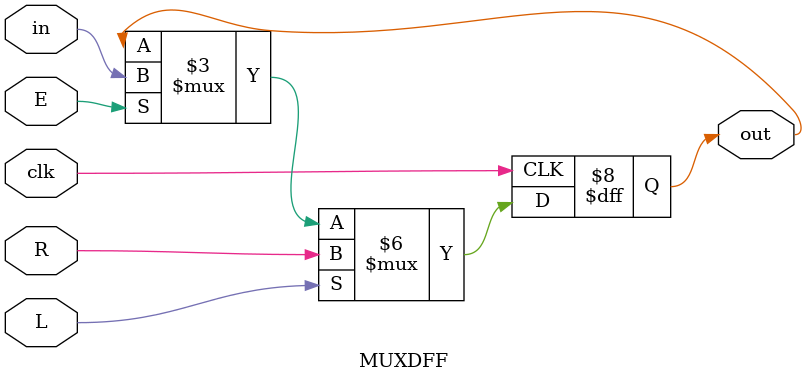
<source format=sv>

module top_module (
    input  [3:0] SW,
    input  [3:0] KEY,
    output [3:0] LEDR
);
  MUXDFF m3 (
      .clk(KEY[0]),
      .E  (KEY[1]),
      .R  (SW[3]),
      .L  (KEY[2]),
      .in (KEY[3]),
      .out(LEDR[3]),
  );
  MUXDFF m2 (
      .clk(KEY[0]),
      .E  (KEY[1]),
      .R  (SW[2]),
      .L  (KEY[2]),
      .in (LEDR[3]),
      .out(LEDR[2]),
  );
  MUXDFF m1 (
      .clk(KEY[0]),
      .E  (KEY[1]),
      .R  (SW[1]),
      .L  (KEY[2]),
      .in (LEDR[2]),
      .out(LEDR[1]),
  );
  MUXDFF m0 (
      .clk(KEY[0]),
      .E  (KEY[1]),
      .R  (SW[0]),
      .L  (KEY[2]),
      .in (LEDR[1]),
      .out(LEDR[0]),
  );
endmodule

module MUXDFF (
    input clk,
    input E,
    input R,
    input L,
    input in,
    output reg out
);
  always @(posedge clk) begin
    if (L) out <= R;
    else if (E) out <= in;
    else out <= out;
  end
endmodule

</source>
